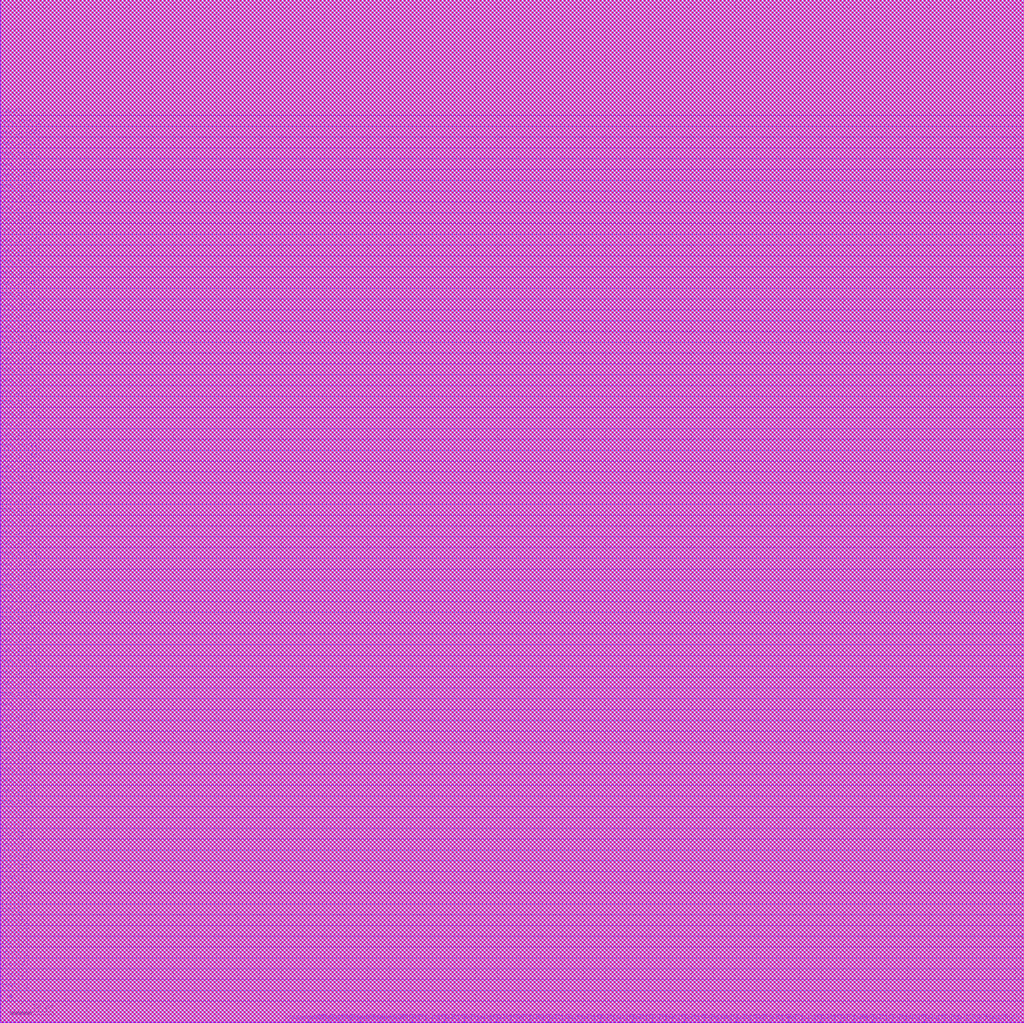
<source format=lef>
##
## LEF for PtnCells ;
## created by Innovus v19.17-s077_1 on Sun Mar 19 21:12:51 2023
##

VERSION 5.8 ;

BUSBITCHARS "[]" ;
DIVIDERCHAR "/" ;

MACRO fullchip
  CLASS BLOCK ;
  SIZE 473.800000 BY 473.600000 ;
  FOREIGN fullchip 0.000000 0.000000 ;
  ORIGIN 0 0 ;
  SYMMETRY X Y R90 ;
  PIN clk
    DIRECTION INPUT ;
    USE SIGNAL ;
    PORT
      LAYER M3 ;
        RECT 0.000000 9.950000 0.520000 10.050000 ;
    END
  END clk
  PIN mem_in[63]
    DIRECTION INPUT ;
    USE SIGNAL ;
    PORT
      LAYER M3 ;
        RECT 0.000000 414.950000 0.520000 415.050000 ;
    END
  END mem_in[63]
  PIN mem_in[62]
    DIRECTION INPUT ;
    USE SIGNAL ;
    PORT
      LAYER M3 ;
        RECT 0.000000 409.950000 0.520000 410.050000 ;
    END
  END mem_in[62]
  PIN mem_in[61]
    DIRECTION INPUT ;
    USE SIGNAL ;
    PORT
      LAYER M3 ;
        RECT 0.000000 404.950000 0.520000 405.050000 ;
    END
  END mem_in[61]
  PIN mem_in[60]
    DIRECTION INPUT ;
    USE SIGNAL ;
    PORT
      LAYER M3 ;
        RECT 0.000000 399.950000 0.520000 400.050000 ;
    END
  END mem_in[60]
  PIN mem_in[59]
    DIRECTION INPUT ;
    USE SIGNAL ;
    PORT
      LAYER M3 ;
        RECT 0.000000 394.950000 0.520000 395.050000 ;
    END
  END mem_in[59]
  PIN mem_in[58]
    DIRECTION INPUT ;
    USE SIGNAL ;
    PORT
      LAYER M3 ;
        RECT 0.000000 389.950000 0.520000 390.050000 ;
    END
  END mem_in[58]
  PIN mem_in[57]
    DIRECTION INPUT ;
    USE SIGNAL ;
    PORT
      LAYER M3 ;
        RECT 0.000000 384.950000 0.520000 385.050000 ;
    END
  END mem_in[57]
  PIN mem_in[56]
    DIRECTION INPUT ;
    USE SIGNAL ;
    PORT
      LAYER M3 ;
        RECT 0.000000 379.950000 0.520000 380.050000 ;
    END
  END mem_in[56]
  PIN mem_in[55]
    DIRECTION INPUT ;
    USE SIGNAL ;
    PORT
      LAYER M3 ;
        RECT 0.000000 374.950000 0.520000 375.050000 ;
    END
  END mem_in[55]
  PIN mem_in[54]
    DIRECTION INPUT ;
    USE SIGNAL ;
    PORT
      LAYER M3 ;
        RECT 0.000000 369.950000 0.520000 370.050000 ;
    END
  END mem_in[54]
  PIN mem_in[53]
    DIRECTION INPUT ;
    USE SIGNAL ;
    PORT
      LAYER M3 ;
        RECT 0.000000 364.950000 0.520000 365.050000 ;
    END
  END mem_in[53]
  PIN mem_in[52]
    DIRECTION INPUT ;
    USE SIGNAL ;
    PORT
      LAYER M3 ;
        RECT 0.000000 359.950000 0.520000 360.050000 ;
    END
  END mem_in[52]
  PIN mem_in[51]
    DIRECTION INPUT ;
    USE SIGNAL ;
    PORT
      LAYER M3 ;
        RECT 0.000000 354.950000 0.520000 355.050000 ;
    END
  END mem_in[51]
  PIN mem_in[50]
    DIRECTION INPUT ;
    USE SIGNAL ;
    PORT
      LAYER M3 ;
        RECT 0.000000 349.950000 0.520000 350.050000 ;
    END
  END mem_in[50]
  PIN mem_in[49]
    DIRECTION INPUT ;
    USE SIGNAL ;
    PORT
      LAYER M3 ;
        RECT 0.000000 344.950000 0.520000 345.050000 ;
    END
  END mem_in[49]
  PIN mem_in[48]
    DIRECTION INPUT ;
    USE SIGNAL ;
    PORT
      LAYER M3 ;
        RECT 0.000000 339.950000 0.520000 340.050000 ;
    END
  END mem_in[48]
  PIN mem_in[47]
    DIRECTION INPUT ;
    USE SIGNAL ;
    PORT
      LAYER M3 ;
        RECT 0.000000 334.950000 0.520000 335.050000 ;
    END
  END mem_in[47]
  PIN mem_in[46]
    DIRECTION INPUT ;
    USE SIGNAL ;
    PORT
      LAYER M3 ;
        RECT 0.000000 329.950000 0.520000 330.050000 ;
    END
  END mem_in[46]
  PIN mem_in[45]
    DIRECTION INPUT ;
    USE SIGNAL ;
    PORT
      LAYER M3 ;
        RECT 0.000000 324.950000 0.520000 325.050000 ;
    END
  END mem_in[45]
  PIN mem_in[44]
    DIRECTION INPUT ;
    USE SIGNAL ;
    PORT
      LAYER M3 ;
        RECT 0.000000 319.950000 0.520000 320.050000 ;
    END
  END mem_in[44]
  PIN mem_in[43]
    DIRECTION INPUT ;
    USE SIGNAL ;
    PORT
      LAYER M3 ;
        RECT 0.000000 314.950000 0.520000 315.050000 ;
    END
  END mem_in[43]
  PIN mem_in[42]
    DIRECTION INPUT ;
    USE SIGNAL ;
    PORT
      LAYER M3 ;
        RECT 0.000000 309.950000 0.520000 310.050000 ;
    END
  END mem_in[42]
  PIN mem_in[41]
    DIRECTION INPUT ;
    USE SIGNAL ;
    PORT
      LAYER M3 ;
        RECT 0.000000 304.950000 0.520000 305.050000 ;
    END
  END mem_in[41]
  PIN mem_in[40]
    DIRECTION INPUT ;
    USE SIGNAL ;
    PORT
      LAYER M3 ;
        RECT 0.000000 299.950000 0.520000 300.050000 ;
    END
  END mem_in[40]
  PIN mem_in[39]
    DIRECTION INPUT ;
    USE SIGNAL ;
    PORT
      LAYER M3 ;
        RECT 0.000000 294.950000 0.520000 295.050000 ;
    END
  END mem_in[39]
  PIN mem_in[38]
    DIRECTION INPUT ;
    USE SIGNAL ;
    PORT
      LAYER M3 ;
        RECT 0.000000 289.950000 0.520000 290.050000 ;
    END
  END mem_in[38]
  PIN mem_in[37]
    DIRECTION INPUT ;
    USE SIGNAL ;
    PORT
      LAYER M3 ;
        RECT 0.000000 284.950000 0.520000 285.050000 ;
    END
  END mem_in[37]
  PIN mem_in[36]
    DIRECTION INPUT ;
    USE SIGNAL ;
    PORT
      LAYER M3 ;
        RECT 0.000000 279.950000 0.520000 280.050000 ;
    END
  END mem_in[36]
  PIN mem_in[35]
    DIRECTION INPUT ;
    USE SIGNAL ;
    PORT
      LAYER M3 ;
        RECT 0.000000 274.950000 0.520000 275.050000 ;
    END
  END mem_in[35]
  PIN mem_in[34]
    DIRECTION INPUT ;
    USE SIGNAL ;
    PORT
      LAYER M3 ;
        RECT 0.000000 269.950000 0.520000 270.050000 ;
    END
  END mem_in[34]
  PIN mem_in[33]
    DIRECTION INPUT ;
    USE SIGNAL ;
    PORT
      LAYER M3 ;
        RECT 0.000000 264.950000 0.520000 265.050000 ;
    END
  END mem_in[33]
  PIN mem_in[32]
    DIRECTION INPUT ;
    USE SIGNAL ;
    PORT
      LAYER M3 ;
        RECT 0.000000 259.950000 0.520000 260.050000 ;
    END
  END mem_in[32]
  PIN mem_in[31]
    DIRECTION INPUT ;
    USE SIGNAL ;
    PORT
      LAYER M3 ;
        RECT 0.000000 254.950000 0.520000 255.050000 ;
    END
  END mem_in[31]
  PIN mem_in[30]
    DIRECTION INPUT ;
    USE SIGNAL ;
    PORT
      LAYER M3 ;
        RECT 0.000000 249.950000 0.520000 250.050000 ;
    END
  END mem_in[30]
  PIN mem_in[29]
    DIRECTION INPUT ;
    USE SIGNAL ;
    PORT
      LAYER M3 ;
        RECT 0.000000 244.950000 0.520000 245.050000 ;
    END
  END mem_in[29]
  PIN mem_in[28]
    DIRECTION INPUT ;
    USE SIGNAL ;
    PORT
      LAYER M3 ;
        RECT 0.000000 239.950000 0.520000 240.050000 ;
    END
  END mem_in[28]
  PIN mem_in[27]
    DIRECTION INPUT ;
    USE SIGNAL ;
    PORT
      LAYER M3 ;
        RECT 0.000000 234.950000 0.520000 235.050000 ;
    END
  END mem_in[27]
  PIN mem_in[26]
    DIRECTION INPUT ;
    USE SIGNAL ;
    PORT
      LAYER M3 ;
        RECT 0.000000 229.950000 0.520000 230.050000 ;
    END
  END mem_in[26]
  PIN mem_in[25]
    DIRECTION INPUT ;
    USE SIGNAL ;
    PORT
      LAYER M3 ;
        RECT 0.000000 224.950000 0.520000 225.050000 ;
    END
  END mem_in[25]
  PIN mem_in[24]
    DIRECTION INPUT ;
    USE SIGNAL ;
    PORT
      LAYER M3 ;
        RECT 0.000000 219.950000 0.520000 220.050000 ;
    END
  END mem_in[24]
  PIN mem_in[23]
    DIRECTION INPUT ;
    USE SIGNAL ;
    PORT
      LAYER M3 ;
        RECT 0.000000 214.950000 0.520000 215.050000 ;
    END
  END mem_in[23]
  PIN mem_in[22]
    DIRECTION INPUT ;
    USE SIGNAL ;
    PORT
      LAYER M3 ;
        RECT 0.000000 209.950000 0.520000 210.050000 ;
    END
  END mem_in[22]
  PIN mem_in[21]
    DIRECTION INPUT ;
    USE SIGNAL ;
    PORT
      LAYER M3 ;
        RECT 0.000000 204.950000 0.520000 205.050000 ;
    END
  END mem_in[21]
  PIN mem_in[20]
    DIRECTION INPUT ;
    USE SIGNAL ;
    PORT
      LAYER M3 ;
        RECT 0.000000 199.950000 0.520000 200.050000 ;
    END
  END mem_in[20]
  PIN mem_in[19]
    DIRECTION INPUT ;
    USE SIGNAL ;
    PORT
      LAYER M3 ;
        RECT 0.000000 194.950000 0.520000 195.050000 ;
    END
  END mem_in[19]
  PIN mem_in[18]
    DIRECTION INPUT ;
    USE SIGNAL ;
    PORT
      LAYER M3 ;
        RECT 0.000000 189.950000 0.520000 190.050000 ;
    END
  END mem_in[18]
  PIN mem_in[17]
    DIRECTION INPUT ;
    USE SIGNAL ;
    PORT
      LAYER M3 ;
        RECT 0.000000 184.950000 0.520000 185.050000 ;
    END
  END mem_in[17]
  PIN mem_in[16]
    DIRECTION INPUT ;
    USE SIGNAL ;
    PORT
      LAYER M3 ;
        RECT 0.000000 179.950000 0.520000 180.050000 ;
    END
  END mem_in[16]
  PIN mem_in[15]
    DIRECTION INPUT ;
    USE SIGNAL ;
    PORT
      LAYER M3 ;
        RECT 0.000000 174.950000 0.520000 175.050000 ;
    END
  END mem_in[15]
  PIN mem_in[14]
    DIRECTION INPUT ;
    USE SIGNAL ;
    PORT
      LAYER M3 ;
        RECT 0.000000 169.950000 0.520000 170.050000 ;
    END
  END mem_in[14]
  PIN mem_in[13]
    DIRECTION INPUT ;
    USE SIGNAL ;
    PORT
      LAYER M3 ;
        RECT 0.000000 164.950000 0.520000 165.050000 ;
    END
  END mem_in[13]
  PIN mem_in[12]
    DIRECTION INPUT ;
    USE SIGNAL ;
    PORT
      LAYER M3 ;
        RECT 0.000000 159.950000 0.520000 160.050000 ;
    END
  END mem_in[12]
  PIN mem_in[11]
    DIRECTION INPUT ;
    USE SIGNAL ;
    PORT
      LAYER M3 ;
        RECT 0.000000 154.950000 0.520000 155.050000 ;
    END
  END mem_in[11]
  PIN mem_in[10]
    DIRECTION INPUT ;
    USE SIGNAL ;
    PORT
      LAYER M3 ;
        RECT 0.000000 149.950000 0.520000 150.050000 ;
    END
  END mem_in[10]
  PIN mem_in[9]
    DIRECTION INPUT ;
    USE SIGNAL ;
    PORT
      LAYER M3 ;
        RECT 0.000000 144.950000 0.520000 145.050000 ;
    END
  END mem_in[9]
  PIN mem_in[8]
    DIRECTION INPUT ;
    USE SIGNAL ;
    PORT
      LAYER M3 ;
        RECT 0.000000 139.950000 0.520000 140.050000 ;
    END
  END mem_in[8]
  PIN mem_in[7]
    DIRECTION INPUT ;
    USE SIGNAL ;
    PORT
      LAYER M3 ;
        RECT 0.000000 134.950000 0.520000 135.050000 ;
    END
  END mem_in[7]
  PIN mem_in[6]
    DIRECTION INPUT ;
    USE SIGNAL ;
    PORT
      LAYER M3 ;
        RECT 0.000000 129.950000 0.520000 130.050000 ;
    END
  END mem_in[6]
  PIN mem_in[5]
    DIRECTION INPUT ;
    USE SIGNAL ;
    PORT
      LAYER M3 ;
        RECT 0.000000 124.950000 0.520000 125.050000 ;
    END
  END mem_in[5]
  PIN mem_in[4]
    DIRECTION INPUT ;
    USE SIGNAL ;
    PORT
      LAYER M3 ;
        RECT 0.000000 119.950000 0.520000 120.050000 ;
    END
  END mem_in[4]
  PIN mem_in[3]
    DIRECTION INPUT ;
    USE SIGNAL ;
    PORT
      LAYER M3 ;
        RECT 0.000000 114.950000 0.520000 115.050000 ;
    END
  END mem_in[3]
  PIN mem_in[2]
    DIRECTION INPUT ;
    USE SIGNAL ;
    PORT
      LAYER M3 ;
        RECT 0.000000 109.950000 0.520000 110.050000 ;
    END
  END mem_in[2]
  PIN mem_in[1]
    DIRECTION INPUT ;
    USE SIGNAL ;
    PORT
      LAYER M3 ;
        RECT 0.000000 104.950000 0.520000 105.050000 ;
    END
  END mem_in[1]
  PIN mem_in[0]
    DIRECTION INPUT ;
    USE SIGNAL ;
    PORT
      LAYER M3 ;
        RECT 0.000000 99.950000 0.520000 100.050000 ;
    END
  END mem_in[0]
  PIN inst[16]
    DIRECTION INPUT ;
    USE SIGNAL ;
    PORT
      LAYER M3 ;
        RECT 0.000000 94.950000 0.520000 95.050000 ;
    END
  END inst[16]
  PIN inst[15]
    DIRECTION INPUT ;
    USE SIGNAL ;
    PORT
      LAYER M3 ;
        RECT 0.000000 89.950000 0.520000 90.050000 ;
    END
  END inst[15]
  PIN inst[14]
    DIRECTION INPUT ;
    USE SIGNAL ;
    PORT
      LAYER M3 ;
        RECT 0.000000 84.950000 0.520000 85.050000 ;
    END
  END inst[14]
  PIN inst[13]
    DIRECTION INPUT ;
    USE SIGNAL ;
    PORT
      LAYER M3 ;
        RECT 0.000000 79.950000 0.520000 80.050000 ;
    END
  END inst[13]
  PIN inst[12]
    DIRECTION INPUT ;
    USE SIGNAL ;
    PORT
      LAYER M3 ;
        RECT 0.000000 74.950000 0.520000 75.050000 ;
    END
  END inst[12]
  PIN inst[11]
    DIRECTION INPUT ;
    USE SIGNAL ;
    PORT
      LAYER M3 ;
        RECT 0.000000 69.950000 0.520000 70.050000 ;
    END
  END inst[11]
  PIN inst[10]
    DIRECTION INPUT ;
    USE SIGNAL ;
    PORT
      LAYER M3 ;
        RECT 0.000000 64.950000 0.520000 65.050000 ;
    END
  END inst[10]
  PIN inst[9]
    DIRECTION INPUT ;
    USE SIGNAL ;
    PORT
      LAYER M3 ;
        RECT 0.000000 59.950000 0.520000 60.050000 ;
    END
  END inst[9]
  PIN inst[8]
    DIRECTION INPUT ;
    USE SIGNAL ;
    PORT
      LAYER M3 ;
        RECT 0.000000 54.950000 0.520000 55.050000 ;
    END
  END inst[8]
  PIN inst[7]
    DIRECTION INPUT ;
    USE SIGNAL ;
    PORT
      LAYER M3 ;
        RECT 0.000000 49.950000 0.520000 50.050000 ;
    END
  END inst[7]
  PIN inst[6]
    DIRECTION INPUT ;
    USE SIGNAL ;
    PORT
      LAYER M3 ;
        RECT 0.000000 44.950000 0.520000 45.050000 ;
    END
  END inst[6]
  PIN inst[5]
    DIRECTION INPUT ;
    USE SIGNAL ;
    PORT
      LAYER M3 ;
        RECT 0.000000 39.950000 0.520000 40.050000 ;
    END
  END inst[5]
  PIN inst[4]
    DIRECTION INPUT ;
    USE SIGNAL ;
    PORT
      LAYER M3 ;
        RECT 0.000000 34.950000 0.520000 35.050000 ;
    END
  END inst[4]
  PIN inst[3]
    DIRECTION INPUT ;
    USE SIGNAL ;
    PORT
      LAYER M3 ;
        RECT 0.000000 29.950000 0.520000 30.050000 ;
    END
  END inst[3]
  PIN inst[2]
    DIRECTION INPUT ;
    USE SIGNAL ;
    PORT
      LAYER M3 ;
        RECT 0.000000 24.950000 0.520000 25.050000 ;
    END
  END inst[2]
  PIN inst[1]
    DIRECTION INPUT ;
    USE SIGNAL ;
    PORT
      LAYER M3 ;
        RECT 0.000000 19.950000 0.520000 20.050000 ;
    END
  END inst[1]
  PIN inst[0]
    DIRECTION INPUT ;
    USE SIGNAL ;
    PORT
      LAYER M3 ;
        RECT 0.000000 14.950000 0.520000 15.050000 ;
    END
  END inst[0]
  PIN reset
    DIRECTION INPUT ;
    USE SIGNAL ;
    PORT
      LAYER M3 ;
        RECT 0.000000 419.950000 0.520000 420.050000 ;
    END
  END reset
  PIN out[95]
    DIRECTION OUTPUT ;
    USE SIGNAL ;
    PORT
      LAYER M2 ;
        RECT 178.650000 0.000000 178.750000 0.520000 ;
    END
  END out[95]
  PIN out[94]
    DIRECTION OUTPUT ;
    USE SIGNAL ;
    PORT
      LAYER M2 ;
        RECT 181.650000 0.000000 181.750000 0.520000 ;
    END
  END out[94]
  PIN out[93]
    DIRECTION OUTPUT ;
    USE SIGNAL ;
    PORT
      LAYER M2 ;
        RECT 184.650000 0.000000 184.750000 0.520000 ;
    END
  END out[93]
  PIN out[92]
    DIRECTION OUTPUT ;
    USE SIGNAL ;
    PORT
      LAYER M2 ;
        RECT 187.650000 0.000000 187.750000 0.520000 ;
    END
  END out[92]
  PIN out[91]
    DIRECTION OUTPUT ;
    USE SIGNAL ;
    PORT
      LAYER M2 ;
        RECT 190.650000 0.000000 190.750000 0.520000 ;
    END
  END out[91]
  PIN out[90]
    DIRECTION OUTPUT ;
    USE SIGNAL ;
    PORT
      LAYER M2 ;
        RECT 193.650000 0.000000 193.750000 0.520000 ;
    END
  END out[90]
  PIN out[89]
    DIRECTION OUTPUT ;
    USE SIGNAL ;
    PORT
      LAYER M2 ;
        RECT 196.650000 0.000000 196.750000 0.520000 ;
    END
  END out[89]
  PIN out[88]
    DIRECTION OUTPUT ;
    USE SIGNAL ;
    PORT
      LAYER M2 ;
        RECT 199.650000 0.000000 199.750000 0.520000 ;
    END
  END out[88]
  PIN out[87]
    DIRECTION OUTPUT ;
    USE SIGNAL ;
    PORT
      LAYER M2 ;
        RECT 202.650000 0.000000 202.750000 0.520000 ;
    END
  END out[87]
  PIN out[86]
    DIRECTION OUTPUT ;
    USE SIGNAL ;
    PORT
      LAYER M2 ;
        RECT 205.650000 0.000000 205.750000 0.520000 ;
    END
  END out[86]
  PIN out[85]
    DIRECTION OUTPUT ;
    USE SIGNAL ;
    PORT
      LAYER M2 ;
        RECT 208.650000 0.000000 208.750000 0.520000 ;
    END
  END out[85]
  PIN out[84]
    DIRECTION OUTPUT ;
    USE SIGNAL ;
    PORT
      LAYER M2 ;
        RECT 211.650000 0.000000 211.750000 0.520000 ;
    END
  END out[84]
  PIN out[83]
    DIRECTION OUTPUT ;
    USE SIGNAL ;
    PORT
      LAYER M2 ;
        RECT 214.650000 0.000000 214.750000 0.520000 ;
    END
  END out[83]
  PIN out[82]
    DIRECTION OUTPUT ;
    USE SIGNAL ;
    PORT
      LAYER M2 ;
        RECT 217.650000 0.000000 217.750000 0.520000 ;
    END
  END out[82]
  PIN out[81]
    DIRECTION OUTPUT ;
    USE SIGNAL ;
    PORT
      LAYER M2 ;
        RECT 220.650000 0.000000 220.750000 0.520000 ;
    END
  END out[81]
  PIN out[80]
    DIRECTION OUTPUT ;
    USE SIGNAL ;
    PORT
      LAYER M2 ;
        RECT 223.650000 0.000000 223.750000 0.520000 ;
    END
  END out[80]
  PIN out[79]
    DIRECTION OUTPUT ;
    USE SIGNAL ;
    PORT
      LAYER M2 ;
        RECT 226.650000 0.000000 226.750000 0.520000 ;
    END
  END out[79]
  PIN out[78]
    DIRECTION OUTPUT ;
    USE SIGNAL ;
    PORT
      LAYER M2 ;
        RECT 229.650000 0.000000 229.750000 0.520000 ;
    END
  END out[78]
  PIN out[77]
    DIRECTION OUTPUT ;
    USE SIGNAL ;
    PORT
      LAYER M2 ;
        RECT 232.650000 0.000000 232.750000 0.520000 ;
    END
  END out[77]
  PIN out[76]
    DIRECTION OUTPUT ;
    USE SIGNAL ;
    PORT
      LAYER M2 ;
        RECT 235.650000 0.000000 235.750000 0.520000 ;
    END
  END out[76]
  PIN out[75]
    DIRECTION OUTPUT ;
    USE SIGNAL ;
    PORT
      LAYER M2 ;
        RECT 238.650000 0.000000 238.750000 0.520000 ;
    END
  END out[75]
  PIN out[74]
    DIRECTION OUTPUT ;
    USE SIGNAL ;
    PORT
      LAYER M2 ;
        RECT 241.650000 0.000000 241.750000 0.520000 ;
    END
  END out[74]
  PIN out[73]
    DIRECTION OUTPUT ;
    USE SIGNAL ;
    PORT
      LAYER M2 ;
        RECT 244.650000 0.000000 244.750000 0.520000 ;
    END
  END out[73]
  PIN out[72]
    DIRECTION OUTPUT ;
    USE SIGNAL ;
    PORT
      LAYER M2 ;
        RECT 247.650000 0.000000 247.750000 0.520000 ;
    END
  END out[72]
  PIN out[71]
    DIRECTION OUTPUT ;
    USE SIGNAL ;
    PORT
      LAYER M2 ;
        RECT 250.650000 0.000000 250.750000 0.520000 ;
    END
  END out[71]
  PIN out[70]
    DIRECTION OUTPUT ;
    USE SIGNAL ;
    PORT
      LAYER M2 ;
        RECT 253.650000 0.000000 253.750000 0.520000 ;
    END
  END out[70]
  PIN out[69]
    DIRECTION OUTPUT ;
    USE SIGNAL ;
    PORT
      LAYER M2 ;
        RECT 256.650000 0.000000 256.750000 0.520000 ;
    END
  END out[69]
  PIN out[68]
    DIRECTION OUTPUT ;
    USE SIGNAL ;
    PORT
      LAYER M2 ;
        RECT 259.650000 0.000000 259.750000 0.520000 ;
    END
  END out[68]
  PIN out[67]
    DIRECTION OUTPUT ;
    USE SIGNAL ;
    PORT
      LAYER M2 ;
        RECT 262.650000 0.000000 262.750000 0.520000 ;
    END
  END out[67]
  PIN out[66]
    DIRECTION OUTPUT ;
    USE SIGNAL ;
    PORT
      LAYER M2 ;
        RECT 265.650000 0.000000 265.750000 0.520000 ;
    END
  END out[66]
  PIN out[65]
    DIRECTION OUTPUT ;
    USE SIGNAL ;
    PORT
      LAYER M2 ;
        RECT 268.650000 0.000000 268.750000 0.520000 ;
    END
  END out[65]
  PIN out[64]
    DIRECTION OUTPUT ;
    USE SIGNAL ;
    PORT
      LAYER M2 ;
        RECT 271.650000 0.000000 271.750000 0.520000 ;
    END
  END out[64]
  PIN out[63]
    DIRECTION OUTPUT ;
    USE SIGNAL ;
    PORT
      LAYER M2 ;
        RECT 274.650000 0.000000 274.750000 0.520000 ;
    END
  END out[63]
  PIN out[62]
    DIRECTION OUTPUT ;
    USE SIGNAL ;
    PORT
      LAYER M2 ;
        RECT 277.650000 0.000000 277.750000 0.520000 ;
    END
  END out[62]
  PIN out[61]
    DIRECTION OUTPUT ;
    USE SIGNAL ;
    PORT
      LAYER M2 ;
        RECT 280.650000 0.000000 280.750000 0.520000 ;
    END
  END out[61]
  PIN out[60]
    DIRECTION OUTPUT ;
    USE SIGNAL ;
    PORT
      LAYER M2 ;
        RECT 283.650000 0.000000 283.750000 0.520000 ;
    END
  END out[60]
  PIN out[59]
    DIRECTION OUTPUT ;
    USE SIGNAL ;
    PORT
      LAYER M2 ;
        RECT 286.650000 0.000000 286.750000 0.520000 ;
    END
  END out[59]
  PIN out[58]
    DIRECTION OUTPUT ;
    USE SIGNAL ;
    PORT
      LAYER M2 ;
        RECT 289.650000 0.000000 289.750000 0.520000 ;
    END
  END out[58]
  PIN out[57]
    DIRECTION OUTPUT ;
    USE SIGNAL ;
    PORT
      LAYER M2 ;
        RECT 292.650000 0.000000 292.750000 0.520000 ;
    END
  END out[57]
  PIN out[56]
    DIRECTION OUTPUT ;
    USE SIGNAL ;
    PORT
      LAYER M2 ;
        RECT 295.650000 0.000000 295.750000 0.520000 ;
    END
  END out[56]
  PIN out[55]
    DIRECTION OUTPUT ;
    USE SIGNAL ;
    PORT
      LAYER M2 ;
        RECT 298.650000 0.000000 298.750000 0.520000 ;
    END
  END out[55]
  PIN out[54]
    DIRECTION OUTPUT ;
    USE SIGNAL ;
    PORT
      LAYER M2 ;
        RECT 301.650000 0.000000 301.750000 0.520000 ;
    END
  END out[54]
  PIN out[53]
    DIRECTION OUTPUT ;
    USE SIGNAL ;
    PORT
      LAYER M2 ;
        RECT 304.650000 0.000000 304.750000 0.520000 ;
    END
  END out[53]
  PIN out[52]
    DIRECTION OUTPUT ;
    USE SIGNAL ;
    PORT
      LAYER M2 ;
        RECT 307.650000 0.000000 307.750000 0.520000 ;
    END
  END out[52]
  PIN out[51]
    DIRECTION OUTPUT ;
    USE SIGNAL ;
    PORT
      LAYER M2 ;
        RECT 310.650000 0.000000 310.750000 0.520000 ;
    END
  END out[51]
  PIN out[50]
    DIRECTION OUTPUT ;
    USE SIGNAL ;
    PORT
      LAYER M2 ;
        RECT 313.650000 0.000000 313.750000 0.520000 ;
    END
  END out[50]
  PIN out[49]
    DIRECTION OUTPUT ;
    USE SIGNAL ;
    PORT
      LAYER M2 ;
        RECT 316.650000 0.000000 316.750000 0.520000 ;
    END
  END out[49]
  PIN out[48]
    DIRECTION OUTPUT ;
    USE SIGNAL ;
    PORT
      LAYER M2 ;
        RECT 319.650000 0.000000 319.750000 0.520000 ;
    END
  END out[48]
  PIN out[47]
    DIRECTION OUTPUT ;
    USE SIGNAL ;
    PORT
      LAYER M2 ;
        RECT 322.650000 0.000000 322.750000 0.520000 ;
    END
  END out[47]
  PIN out[46]
    DIRECTION OUTPUT ;
    USE SIGNAL ;
    PORT
      LAYER M2 ;
        RECT 325.650000 0.000000 325.750000 0.520000 ;
    END
  END out[46]
  PIN out[45]
    DIRECTION OUTPUT ;
    USE SIGNAL ;
    PORT
      LAYER M2 ;
        RECT 328.650000 0.000000 328.750000 0.520000 ;
    END
  END out[45]
  PIN out[44]
    DIRECTION OUTPUT ;
    USE SIGNAL ;
    PORT
      LAYER M2 ;
        RECT 331.650000 0.000000 331.750000 0.520000 ;
    END
  END out[44]
  PIN out[43]
    DIRECTION OUTPUT ;
    USE SIGNAL ;
    PORT
      LAYER M2 ;
        RECT 334.650000 0.000000 334.750000 0.520000 ;
    END
  END out[43]
  PIN out[42]
    DIRECTION OUTPUT ;
    USE SIGNAL ;
    PORT
      LAYER M2 ;
        RECT 337.650000 0.000000 337.750000 0.520000 ;
    END
  END out[42]
  PIN out[41]
    DIRECTION OUTPUT ;
    USE SIGNAL ;
    PORT
      LAYER M2 ;
        RECT 340.650000 0.000000 340.750000 0.520000 ;
    END
  END out[41]
  PIN out[40]
    DIRECTION OUTPUT ;
    USE SIGNAL ;
    PORT
      LAYER M2 ;
        RECT 343.650000 0.000000 343.750000 0.520000 ;
    END
  END out[40]
  PIN out[39]
    DIRECTION OUTPUT ;
    USE SIGNAL ;
    PORT
      LAYER M2 ;
        RECT 346.650000 0.000000 346.750000 0.520000 ;
    END
  END out[39]
  PIN out[38]
    DIRECTION OUTPUT ;
    USE SIGNAL ;
    PORT
      LAYER M2 ;
        RECT 349.650000 0.000000 349.750000 0.520000 ;
    END
  END out[38]
  PIN out[37]
    DIRECTION OUTPUT ;
    USE SIGNAL ;
    PORT
      LAYER M2 ;
        RECT 352.650000 0.000000 352.750000 0.520000 ;
    END
  END out[37]
  PIN out[36]
    DIRECTION OUTPUT ;
    USE SIGNAL ;
    PORT
      LAYER M2 ;
        RECT 355.650000 0.000000 355.750000 0.520000 ;
    END
  END out[36]
  PIN out[35]
    DIRECTION OUTPUT ;
    USE SIGNAL ;
    PORT
      LAYER M2 ;
        RECT 358.650000 0.000000 358.750000 0.520000 ;
    END
  END out[35]
  PIN out[34]
    DIRECTION OUTPUT ;
    USE SIGNAL ;
    PORT
      LAYER M2 ;
        RECT 361.650000 0.000000 361.750000 0.520000 ;
    END
  END out[34]
  PIN out[33]
    DIRECTION OUTPUT ;
    USE SIGNAL ;
    PORT
      LAYER M2 ;
        RECT 364.650000 0.000000 364.750000 0.520000 ;
    END
  END out[33]
  PIN out[32]
    DIRECTION OUTPUT ;
    USE SIGNAL ;
    PORT
      LAYER M2 ;
        RECT 367.650000 0.000000 367.750000 0.520000 ;
    END
  END out[32]
  PIN out[31]
    DIRECTION OUTPUT ;
    USE SIGNAL ;
    PORT
      LAYER M2 ;
        RECT 370.650000 0.000000 370.750000 0.520000 ;
    END
  END out[31]
  PIN out[30]
    DIRECTION OUTPUT ;
    USE SIGNAL ;
    PORT
      LAYER M2 ;
        RECT 373.650000 0.000000 373.750000 0.520000 ;
    END
  END out[30]
  PIN out[29]
    DIRECTION OUTPUT ;
    USE SIGNAL ;
    PORT
      LAYER M2 ;
        RECT 376.650000 0.000000 376.750000 0.520000 ;
    END
  END out[29]
  PIN out[28]
    DIRECTION OUTPUT ;
    USE SIGNAL ;
    PORT
      LAYER M2 ;
        RECT 379.650000 0.000000 379.750000 0.520000 ;
    END
  END out[28]
  PIN out[27]
    DIRECTION OUTPUT ;
    USE SIGNAL ;
    PORT
      LAYER M2 ;
        RECT 382.650000 0.000000 382.750000 0.520000 ;
    END
  END out[27]
  PIN out[26]
    DIRECTION OUTPUT ;
    USE SIGNAL ;
    PORT
      LAYER M2 ;
        RECT 385.650000 0.000000 385.750000 0.520000 ;
    END
  END out[26]
  PIN out[25]
    DIRECTION OUTPUT ;
    USE SIGNAL ;
    PORT
      LAYER M2 ;
        RECT 388.650000 0.000000 388.750000 0.520000 ;
    END
  END out[25]
  PIN out[24]
    DIRECTION OUTPUT ;
    USE SIGNAL ;
    PORT
      LAYER M2 ;
        RECT 391.650000 0.000000 391.750000 0.520000 ;
    END
  END out[24]
  PIN out[23]
    DIRECTION OUTPUT ;
    USE SIGNAL ;
    PORT
      LAYER M2 ;
        RECT 394.650000 0.000000 394.750000 0.520000 ;
    END
  END out[23]
  PIN out[22]
    DIRECTION OUTPUT ;
    USE SIGNAL ;
    PORT
      LAYER M2 ;
        RECT 397.650000 0.000000 397.750000 0.520000 ;
    END
  END out[22]
  PIN out[21]
    DIRECTION OUTPUT ;
    USE SIGNAL ;
    PORT
      LAYER M2 ;
        RECT 400.650000 0.000000 400.750000 0.520000 ;
    END
  END out[21]
  PIN out[20]
    DIRECTION OUTPUT ;
    USE SIGNAL ;
    PORT
      LAYER M2 ;
        RECT 403.650000 0.000000 403.750000 0.520000 ;
    END
  END out[20]
  PIN out[19]
    DIRECTION OUTPUT ;
    USE SIGNAL ;
    PORT
      LAYER M2 ;
        RECT 406.650000 0.000000 406.750000 0.520000 ;
    END
  END out[19]
  PIN out[18]
    DIRECTION OUTPUT ;
    USE SIGNAL ;
    PORT
      LAYER M2 ;
        RECT 409.650000 0.000000 409.750000 0.520000 ;
    END
  END out[18]
  PIN out[17]
    DIRECTION OUTPUT ;
    USE SIGNAL ;
    PORT
      LAYER M2 ;
        RECT 412.650000 0.000000 412.750000 0.520000 ;
    END
  END out[17]
  PIN out[16]
    DIRECTION OUTPUT ;
    USE SIGNAL ;
    PORT
      LAYER M2 ;
        RECT 415.650000 0.000000 415.750000 0.520000 ;
    END
  END out[16]
  PIN out[15]
    DIRECTION OUTPUT ;
    USE SIGNAL ;
    PORT
      LAYER M2 ;
        RECT 418.650000 0.000000 418.750000 0.520000 ;
    END
  END out[15]
  PIN out[14]
    DIRECTION OUTPUT ;
    USE SIGNAL ;
    PORT
      LAYER M2 ;
        RECT 421.650000 0.000000 421.750000 0.520000 ;
    END
  END out[14]
  PIN out[13]
    DIRECTION OUTPUT ;
    USE SIGNAL ;
    PORT
      LAYER M2 ;
        RECT 424.650000 0.000000 424.750000 0.520000 ;
    END
  END out[13]
  PIN out[12]
    DIRECTION OUTPUT ;
    USE SIGNAL ;
    PORT
      LAYER M2 ;
        RECT 427.650000 0.000000 427.750000 0.520000 ;
    END
  END out[12]
  PIN out[11]
    DIRECTION OUTPUT ;
    USE SIGNAL ;
    PORT
      LAYER M2 ;
        RECT 430.650000 0.000000 430.750000 0.520000 ;
    END
  END out[11]
  PIN out[10]
    DIRECTION OUTPUT ;
    USE SIGNAL ;
    PORT
      LAYER M2 ;
        RECT 433.650000 0.000000 433.750000 0.520000 ;
    END
  END out[10]
  PIN out[9]
    DIRECTION OUTPUT ;
    USE SIGNAL ;
    PORT
      LAYER M2 ;
        RECT 436.650000 0.000000 436.750000 0.520000 ;
    END
  END out[9]
  PIN out[8]
    DIRECTION OUTPUT ;
    USE SIGNAL ;
    PORT
      LAYER M2 ;
        RECT 439.650000 0.000000 439.750000 0.520000 ;
    END
  END out[8]
  PIN out[7]
    DIRECTION OUTPUT ;
    USE SIGNAL ;
    PORT
      LAYER M2 ;
        RECT 442.650000 0.000000 442.750000 0.520000 ;
    END
  END out[7]
  PIN out[6]
    DIRECTION OUTPUT ;
    USE SIGNAL ;
    PORT
      LAYER M2 ;
        RECT 445.650000 0.000000 445.750000 0.520000 ;
    END
  END out[6]
  PIN out[5]
    DIRECTION OUTPUT ;
    USE SIGNAL ;
    PORT
      LAYER M2 ;
        RECT 448.650000 0.000000 448.750000 0.520000 ;
    END
  END out[5]
  PIN out[4]
    DIRECTION OUTPUT ;
    USE SIGNAL ;
    PORT
      LAYER M2 ;
        RECT 451.650000 0.000000 451.750000 0.520000 ;
    END
  END out[4]
  PIN out[3]
    DIRECTION OUTPUT ;
    USE SIGNAL ;
    PORT
      LAYER M2 ;
        RECT 454.650000 0.000000 454.750000 0.520000 ;
    END
  END out[3]
  PIN out[2]
    DIRECTION OUTPUT ;
    USE SIGNAL ;
    PORT
      LAYER M2 ;
        RECT 457.650000 0.000000 457.750000 0.520000 ;
    END
  END out[2]
  PIN out[1]
    DIRECTION OUTPUT ;
    USE SIGNAL ;
    PORT
      LAYER M2 ;
        RECT 460.650000 0.000000 460.750000 0.520000 ;
    END
  END out[1]
  PIN out[0]
    DIRECTION OUTPUT ;
    USE SIGNAL ;
    PORT
      LAYER M2 ;
        RECT 463.650000 0.000000 463.750000 0.520000 ;
    END
  END out[0]
  PIN sum_out[15]
    DIRECTION OUTPUT ;
    USE SIGNAL ;
    PORT
      LAYER M2 ;
        RECT 130.650000 0.000000 130.750000 0.520000 ;
    END
  END sum_out[15]
  PIN sum_out[14]
    DIRECTION OUTPUT ;
    USE SIGNAL ;
    PORT
      LAYER M2 ;
        RECT 133.650000 0.000000 133.750000 0.520000 ;
    END
  END sum_out[14]
  PIN sum_out[13]
    DIRECTION OUTPUT ;
    USE SIGNAL ;
    PORT
      LAYER M2 ;
        RECT 136.650000 0.000000 136.750000 0.520000 ;
    END
  END sum_out[13]
  PIN sum_out[12]
    DIRECTION OUTPUT ;
    USE SIGNAL ;
    PORT
      LAYER M2 ;
        RECT 139.650000 0.000000 139.750000 0.520000 ;
    END
  END sum_out[12]
  PIN sum_out[11]
    DIRECTION OUTPUT ;
    USE SIGNAL ;
    PORT
      LAYER M2 ;
        RECT 142.650000 0.000000 142.750000 0.520000 ;
    END
  END sum_out[11]
  PIN sum_out[10]
    DIRECTION OUTPUT ;
    USE SIGNAL ;
    PORT
      LAYER M2 ;
        RECT 145.650000 0.000000 145.750000 0.520000 ;
    END
  END sum_out[10]
  PIN sum_out[9]
    DIRECTION OUTPUT ;
    USE SIGNAL ;
    PORT
      LAYER M2 ;
        RECT 148.650000 0.000000 148.750000 0.520000 ;
    END
  END sum_out[9]
  PIN sum_out[8]
    DIRECTION OUTPUT ;
    USE SIGNAL ;
    PORT
      LAYER M2 ;
        RECT 151.650000 0.000000 151.750000 0.520000 ;
    END
  END sum_out[8]
  PIN sum_out[7]
    DIRECTION OUTPUT ;
    USE SIGNAL ;
    PORT
      LAYER M2 ;
        RECT 154.650000 0.000000 154.750000 0.520000 ;
    END
  END sum_out[7]
  PIN sum_out[6]
    DIRECTION OUTPUT ;
    USE SIGNAL ;
    PORT
      LAYER M2 ;
        RECT 157.650000 0.000000 157.750000 0.520000 ;
    END
  END sum_out[6]
  PIN sum_out[5]
    DIRECTION OUTPUT ;
    USE SIGNAL ;
    PORT
      LAYER M2 ;
        RECT 160.650000 0.000000 160.750000 0.520000 ;
    END
  END sum_out[5]
  PIN sum_out[4]
    DIRECTION OUTPUT ;
    USE SIGNAL ;
    PORT
      LAYER M2 ;
        RECT 163.650000 0.000000 163.750000 0.520000 ;
    END
  END sum_out[4]
  PIN sum_out[3]
    DIRECTION OUTPUT ;
    USE SIGNAL ;
    PORT
      LAYER M2 ;
        RECT 166.650000 0.000000 166.750000 0.520000 ;
    END
  END sum_out[3]
  PIN sum_out[2]
    DIRECTION OUTPUT ;
    USE SIGNAL ;
    PORT
      LAYER M2 ;
        RECT 169.650000 0.000000 169.750000 0.520000 ;
    END
  END sum_out[2]
  PIN sum_out[1]
    DIRECTION OUTPUT ;
    USE SIGNAL ;
    PORT
      LAYER M2 ;
        RECT 172.650000 0.000000 172.750000 0.520000 ;
    END
  END sum_out[1]
  PIN sum_out[0]
    DIRECTION OUTPUT ;
    USE SIGNAL ;
    PORT
      LAYER M2 ;
        RECT 175.650000 0.000000 175.750000 0.520000 ;
    END
  END sum_out[0]
  OBS
    LAYER M1 ;
      RECT 0.000000 0.000000 473.800000 473.600000 ;
    LAYER M2 ;
      RECT 0.000000 0.640000 473.800000 473.600000 ;
      RECT 463.850000 0.000000 473.800000 0.640000 ;
      RECT 460.850000 0.000000 463.550000 0.640000 ;
      RECT 457.850000 0.000000 460.550000 0.640000 ;
      RECT 454.850000 0.000000 457.550000 0.640000 ;
      RECT 451.850000 0.000000 454.550000 0.640000 ;
      RECT 448.850000 0.000000 451.550000 0.640000 ;
      RECT 445.850000 0.000000 448.550000 0.640000 ;
      RECT 442.850000 0.000000 445.550000 0.640000 ;
      RECT 439.850000 0.000000 442.550000 0.640000 ;
      RECT 436.850000 0.000000 439.550000 0.640000 ;
      RECT 433.850000 0.000000 436.550000 0.640000 ;
      RECT 430.850000 0.000000 433.550000 0.640000 ;
      RECT 427.850000 0.000000 430.550000 0.640000 ;
      RECT 424.850000 0.000000 427.550000 0.640000 ;
      RECT 421.850000 0.000000 424.550000 0.640000 ;
      RECT 418.850000 0.000000 421.550000 0.640000 ;
      RECT 415.850000 0.000000 418.550000 0.640000 ;
      RECT 412.850000 0.000000 415.550000 0.640000 ;
      RECT 409.850000 0.000000 412.550000 0.640000 ;
      RECT 406.850000 0.000000 409.550000 0.640000 ;
      RECT 403.850000 0.000000 406.550000 0.640000 ;
      RECT 400.850000 0.000000 403.550000 0.640000 ;
      RECT 397.850000 0.000000 400.550000 0.640000 ;
      RECT 394.850000 0.000000 397.550000 0.640000 ;
      RECT 391.850000 0.000000 394.550000 0.640000 ;
      RECT 388.850000 0.000000 391.550000 0.640000 ;
      RECT 385.850000 0.000000 388.550000 0.640000 ;
      RECT 382.850000 0.000000 385.550000 0.640000 ;
      RECT 379.850000 0.000000 382.550000 0.640000 ;
      RECT 376.850000 0.000000 379.550000 0.640000 ;
      RECT 373.850000 0.000000 376.550000 0.640000 ;
      RECT 370.850000 0.000000 373.550000 0.640000 ;
      RECT 367.850000 0.000000 370.550000 0.640000 ;
      RECT 364.850000 0.000000 367.550000 0.640000 ;
      RECT 361.850000 0.000000 364.550000 0.640000 ;
      RECT 358.850000 0.000000 361.550000 0.640000 ;
      RECT 355.850000 0.000000 358.550000 0.640000 ;
      RECT 352.850000 0.000000 355.550000 0.640000 ;
      RECT 349.850000 0.000000 352.550000 0.640000 ;
      RECT 346.850000 0.000000 349.550000 0.640000 ;
      RECT 343.850000 0.000000 346.550000 0.640000 ;
      RECT 340.850000 0.000000 343.550000 0.640000 ;
      RECT 337.850000 0.000000 340.550000 0.640000 ;
      RECT 334.850000 0.000000 337.550000 0.640000 ;
      RECT 331.850000 0.000000 334.550000 0.640000 ;
      RECT 328.850000 0.000000 331.550000 0.640000 ;
      RECT 325.850000 0.000000 328.550000 0.640000 ;
      RECT 322.850000 0.000000 325.550000 0.640000 ;
      RECT 319.850000 0.000000 322.550000 0.640000 ;
      RECT 316.850000 0.000000 319.550000 0.640000 ;
      RECT 313.850000 0.000000 316.550000 0.640000 ;
      RECT 310.850000 0.000000 313.550000 0.640000 ;
      RECT 307.850000 0.000000 310.550000 0.640000 ;
      RECT 304.850000 0.000000 307.550000 0.640000 ;
      RECT 301.850000 0.000000 304.550000 0.640000 ;
      RECT 298.850000 0.000000 301.550000 0.640000 ;
      RECT 295.850000 0.000000 298.550000 0.640000 ;
      RECT 292.850000 0.000000 295.550000 0.640000 ;
      RECT 289.850000 0.000000 292.550000 0.640000 ;
      RECT 286.850000 0.000000 289.550000 0.640000 ;
      RECT 283.850000 0.000000 286.550000 0.640000 ;
      RECT 280.850000 0.000000 283.550000 0.640000 ;
      RECT 277.850000 0.000000 280.550000 0.640000 ;
      RECT 274.850000 0.000000 277.550000 0.640000 ;
      RECT 271.850000 0.000000 274.550000 0.640000 ;
      RECT 268.850000 0.000000 271.550000 0.640000 ;
      RECT 265.850000 0.000000 268.550000 0.640000 ;
      RECT 262.850000 0.000000 265.550000 0.640000 ;
      RECT 259.850000 0.000000 262.550000 0.640000 ;
      RECT 256.850000 0.000000 259.550000 0.640000 ;
      RECT 253.850000 0.000000 256.550000 0.640000 ;
      RECT 250.850000 0.000000 253.550000 0.640000 ;
      RECT 247.850000 0.000000 250.550000 0.640000 ;
      RECT 244.850000 0.000000 247.550000 0.640000 ;
      RECT 241.850000 0.000000 244.550000 0.640000 ;
      RECT 238.850000 0.000000 241.550000 0.640000 ;
      RECT 235.850000 0.000000 238.550000 0.640000 ;
      RECT 232.850000 0.000000 235.550000 0.640000 ;
      RECT 229.850000 0.000000 232.550000 0.640000 ;
      RECT 226.850000 0.000000 229.550000 0.640000 ;
      RECT 223.850000 0.000000 226.550000 0.640000 ;
      RECT 220.850000 0.000000 223.550000 0.640000 ;
      RECT 217.850000 0.000000 220.550000 0.640000 ;
      RECT 214.850000 0.000000 217.550000 0.640000 ;
      RECT 211.850000 0.000000 214.550000 0.640000 ;
      RECT 208.850000 0.000000 211.550000 0.640000 ;
      RECT 205.850000 0.000000 208.550000 0.640000 ;
      RECT 202.850000 0.000000 205.550000 0.640000 ;
      RECT 199.850000 0.000000 202.550000 0.640000 ;
      RECT 196.850000 0.000000 199.550000 0.640000 ;
      RECT 193.850000 0.000000 196.550000 0.640000 ;
      RECT 190.850000 0.000000 193.550000 0.640000 ;
      RECT 187.850000 0.000000 190.550000 0.640000 ;
      RECT 184.850000 0.000000 187.550000 0.640000 ;
      RECT 181.850000 0.000000 184.550000 0.640000 ;
      RECT 178.850000 0.000000 181.550000 0.640000 ;
      RECT 175.850000 0.000000 178.550000 0.640000 ;
      RECT 172.850000 0.000000 175.550000 0.640000 ;
      RECT 169.850000 0.000000 172.550000 0.640000 ;
      RECT 166.850000 0.000000 169.550000 0.640000 ;
      RECT 163.850000 0.000000 166.550000 0.640000 ;
      RECT 160.850000 0.000000 163.550000 0.640000 ;
      RECT 157.850000 0.000000 160.550000 0.640000 ;
      RECT 154.850000 0.000000 157.550000 0.640000 ;
      RECT 151.850000 0.000000 154.550000 0.640000 ;
      RECT 148.850000 0.000000 151.550000 0.640000 ;
      RECT 145.850000 0.000000 148.550000 0.640000 ;
      RECT 142.850000 0.000000 145.550000 0.640000 ;
      RECT 139.850000 0.000000 142.550000 0.640000 ;
      RECT 136.850000 0.000000 139.550000 0.640000 ;
      RECT 133.850000 0.000000 136.550000 0.640000 ;
      RECT 130.850000 0.000000 133.550000 0.640000 ;
      RECT 0.000000 0.000000 130.550000 0.640000 ;
    LAYER M3 ;
      RECT 0.000000 420.150000 473.800000 473.600000 ;
      RECT 0.640000 419.850000 473.800000 420.150000 ;
      RECT 0.000000 415.150000 473.800000 419.850000 ;
      RECT 0.640000 414.850000 473.800000 415.150000 ;
      RECT 0.000000 410.150000 473.800000 414.850000 ;
      RECT 0.640000 409.850000 473.800000 410.150000 ;
      RECT 0.000000 405.150000 473.800000 409.850000 ;
      RECT 0.640000 404.850000 473.800000 405.150000 ;
      RECT 0.000000 400.150000 473.800000 404.850000 ;
      RECT 0.640000 399.850000 473.800000 400.150000 ;
      RECT 0.000000 395.150000 473.800000 399.850000 ;
      RECT 0.640000 394.850000 473.800000 395.150000 ;
      RECT 0.000000 390.150000 473.800000 394.850000 ;
      RECT 0.640000 389.850000 473.800000 390.150000 ;
      RECT 0.000000 385.150000 473.800000 389.850000 ;
      RECT 0.640000 384.850000 473.800000 385.150000 ;
      RECT 0.000000 380.150000 473.800000 384.850000 ;
      RECT 0.640000 379.850000 473.800000 380.150000 ;
      RECT 0.000000 375.150000 473.800000 379.850000 ;
      RECT 0.640000 374.850000 473.800000 375.150000 ;
      RECT 0.000000 370.150000 473.800000 374.850000 ;
      RECT 0.640000 369.850000 473.800000 370.150000 ;
      RECT 0.000000 365.150000 473.800000 369.850000 ;
      RECT 0.640000 364.850000 473.800000 365.150000 ;
      RECT 0.000000 360.150000 473.800000 364.850000 ;
      RECT 0.640000 359.850000 473.800000 360.150000 ;
      RECT 0.000000 355.150000 473.800000 359.850000 ;
      RECT 0.640000 354.850000 473.800000 355.150000 ;
      RECT 0.000000 350.150000 473.800000 354.850000 ;
      RECT 0.640000 349.850000 473.800000 350.150000 ;
      RECT 0.000000 345.150000 473.800000 349.850000 ;
      RECT 0.640000 344.850000 473.800000 345.150000 ;
      RECT 0.000000 340.150000 473.800000 344.850000 ;
      RECT 0.640000 339.850000 473.800000 340.150000 ;
      RECT 0.000000 335.150000 473.800000 339.850000 ;
      RECT 0.640000 334.850000 473.800000 335.150000 ;
      RECT 0.000000 330.150000 473.800000 334.850000 ;
      RECT 0.640000 329.850000 473.800000 330.150000 ;
      RECT 0.000000 325.150000 473.800000 329.850000 ;
      RECT 0.640000 324.850000 473.800000 325.150000 ;
      RECT 0.000000 320.150000 473.800000 324.850000 ;
      RECT 0.640000 319.850000 473.800000 320.150000 ;
      RECT 0.000000 315.150000 473.800000 319.850000 ;
      RECT 0.640000 314.850000 473.800000 315.150000 ;
      RECT 0.000000 310.150000 473.800000 314.850000 ;
      RECT 0.640000 309.850000 473.800000 310.150000 ;
      RECT 0.000000 305.150000 473.800000 309.850000 ;
      RECT 0.640000 304.850000 473.800000 305.150000 ;
      RECT 0.000000 300.150000 473.800000 304.850000 ;
      RECT 0.640000 299.850000 473.800000 300.150000 ;
      RECT 0.000000 295.150000 473.800000 299.850000 ;
      RECT 0.640000 294.850000 473.800000 295.150000 ;
      RECT 0.000000 290.150000 473.800000 294.850000 ;
      RECT 0.640000 289.850000 473.800000 290.150000 ;
      RECT 0.000000 285.150000 473.800000 289.850000 ;
      RECT 0.640000 284.850000 473.800000 285.150000 ;
      RECT 0.000000 280.150000 473.800000 284.850000 ;
      RECT 0.640000 279.850000 473.800000 280.150000 ;
      RECT 0.000000 275.150000 473.800000 279.850000 ;
      RECT 0.640000 274.850000 473.800000 275.150000 ;
      RECT 0.000000 270.150000 473.800000 274.850000 ;
      RECT 0.640000 269.850000 473.800000 270.150000 ;
      RECT 0.000000 265.150000 473.800000 269.850000 ;
      RECT 0.640000 264.850000 473.800000 265.150000 ;
      RECT 0.000000 260.150000 473.800000 264.850000 ;
      RECT 0.640000 259.850000 473.800000 260.150000 ;
      RECT 0.000000 255.150000 473.800000 259.850000 ;
      RECT 0.640000 254.850000 473.800000 255.150000 ;
      RECT 0.000000 250.150000 473.800000 254.850000 ;
      RECT 0.640000 249.850000 473.800000 250.150000 ;
      RECT 0.000000 245.150000 473.800000 249.850000 ;
      RECT 0.640000 244.850000 473.800000 245.150000 ;
      RECT 0.000000 240.150000 473.800000 244.850000 ;
      RECT 0.640000 239.850000 473.800000 240.150000 ;
      RECT 0.000000 235.150000 473.800000 239.850000 ;
      RECT 0.640000 234.850000 473.800000 235.150000 ;
      RECT 0.000000 230.150000 473.800000 234.850000 ;
      RECT 0.640000 229.850000 473.800000 230.150000 ;
      RECT 0.000000 225.150000 473.800000 229.850000 ;
      RECT 0.640000 224.850000 473.800000 225.150000 ;
      RECT 0.000000 220.150000 473.800000 224.850000 ;
      RECT 0.640000 219.850000 473.800000 220.150000 ;
      RECT 0.000000 215.150000 473.800000 219.850000 ;
      RECT 0.640000 214.850000 473.800000 215.150000 ;
      RECT 0.000000 210.150000 473.800000 214.850000 ;
      RECT 0.640000 209.850000 473.800000 210.150000 ;
      RECT 0.000000 205.150000 473.800000 209.850000 ;
      RECT 0.640000 204.850000 473.800000 205.150000 ;
      RECT 0.000000 200.150000 473.800000 204.850000 ;
      RECT 0.640000 199.850000 473.800000 200.150000 ;
      RECT 0.000000 195.150000 473.800000 199.850000 ;
      RECT 0.640000 194.850000 473.800000 195.150000 ;
      RECT 0.000000 190.150000 473.800000 194.850000 ;
      RECT 0.640000 189.850000 473.800000 190.150000 ;
      RECT 0.000000 185.150000 473.800000 189.850000 ;
      RECT 0.640000 184.850000 473.800000 185.150000 ;
      RECT 0.000000 180.150000 473.800000 184.850000 ;
      RECT 0.640000 179.850000 473.800000 180.150000 ;
      RECT 0.000000 175.150000 473.800000 179.850000 ;
      RECT 0.640000 174.850000 473.800000 175.150000 ;
      RECT 0.000000 170.150000 473.800000 174.850000 ;
      RECT 0.640000 169.850000 473.800000 170.150000 ;
      RECT 0.000000 165.150000 473.800000 169.850000 ;
      RECT 0.640000 164.850000 473.800000 165.150000 ;
      RECT 0.000000 160.150000 473.800000 164.850000 ;
      RECT 0.640000 159.850000 473.800000 160.150000 ;
      RECT 0.000000 155.150000 473.800000 159.850000 ;
      RECT 0.640000 154.850000 473.800000 155.150000 ;
      RECT 0.000000 150.150000 473.800000 154.850000 ;
      RECT 0.640000 149.850000 473.800000 150.150000 ;
      RECT 0.000000 145.150000 473.800000 149.850000 ;
      RECT 0.640000 144.850000 473.800000 145.150000 ;
      RECT 0.000000 140.150000 473.800000 144.850000 ;
      RECT 0.640000 139.850000 473.800000 140.150000 ;
      RECT 0.000000 135.150000 473.800000 139.850000 ;
      RECT 0.640000 134.850000 473.800000 135.150000 ;
      RECT 0.000000 130.150000 473.800000 134.850000 ;
      RECT 0.640000 129.850000 473.800000 130.150000 ;
      RECT 0.000000 125.150000 473.800000 129.850000 ;
      RECT 0.640000 124.850000 473.800000 125.150000 ;
      RECT 0.000000 120.150000 473.800000 124.850000 ;
      RECT 0.640000 119.850000 473.800000 120.150000 ;
      RECT 0.000000 115.150000 473.800000 119.850000 ;
      RECT 0.640000 114.850000 473.800000 115.150000 ;
      RECT 0.000000 110.150000 473.800000 114.850000 ;
      RECT 0.640000 109.850000 473.800000 110.150000 ;
      RECT 0.000000 105.150000 473.800000 109.850000 ;
      RECT 0.640000 104.850000 473.800000 105.150000 ;
      RECT 0.000000 100.150000 473.800000 104.850000 ;
      RECT 0.640000 99.850000 473.800000 100.150000 ;
      RECT 0.000000 95.150000 473.800000 99.850000 ;
      RECT 0.640000 94.850000 473.800000 95.150000 ;
      RECT 0.000000 90.150000 473.800000 94.850000 ;
      RECT 0.640000 89.850000 473.800000 90.150000 ;
      RECT 0.000000 85.150000 473.800000 89.850000 ;
      RECT 0.640000 84.850000 473.800000 85.150000 ;
      RECT 0.000000 80.150000 473.800000 84.850000 ;
      RECT 0.640000 79.850000 473.800000 80.150000 ;
      RECT 0.000000 75.150000 473.800000 79.850000 ;
      RECT 0.640000 74.850000 473.800000 75.150000 ;
      RECT 0.000000 70.150000 473.800000 74.850000 ;
      RECT 0.640000 69.850000 473.800000 70.150000 ;
      RECT 0.000000 65.150000 473.800000 69.850000 ;
      RECT 0.640000 64.850000 473.800000 65.150000 ;
      RECT 0.000000 60.150000 473.800000 64.850000 ;
      RECT 0.640000 59.850000 473.800000 60.150000 ;
      RECT 0.000000 55.150000 473.800000 59.850000 ;
      RECT 0.640000 54.850000 473.800000 55.150000 ;
      RECT 0.000000 50.150000 473.800000 54.850000 ;
      RECT 0.640000 49.850000 473.800000 50.150000 ;
      RECT 0.000000 45.150000 473.800000 49.850000 ;
      RECT 0.640000 44.850000 473.800000 45.150000 ;
      RECT 0.000000 40.150000 473.800000 44.850000 ;
      RECT 0.640000 39.850000 473.800000 40.150000 ;
      RECT 0.000000 35.150000 473.800000 39.850000 ;
      RECT 0.640000 34.850000 473.800000 35.150000 ;
      RECT 0.000000 30.150000 473.800000 34.850000 ;
      RECT 0.640000 29.850000 473.800000 30.150000 ;
      RECT 0.000000 25.150000 473.800000 29.850000 ;
      RECT 0.640000 24.850000 473.800000 25.150000 ;
      RECT 0.000000 20.150000 473.800000 24.850000 ;
      RECT 0.640000 19.850000 473.800000 20.150000 ;
      RECT 0.000000 15.150000 473.800000 19.850000 ;
      RECT 0.640000 14.850000 473.800000 15.150000 ;
      RECT 0.000000 10.150000 473.800000 14.850000 ;
      RECT 0.640000 9.850000 473.800000 10.150000 ;
      RECT 0.000000 0.000000 473.800000 9.850000 ;
    LAYER M4 ;
      RECT 0.000000 0.000000 473.800000 473.600000 ;
    LAYER M5 ;
      RECT 0.000000 0.000000 473.800000 473.600000 ;
    LAYER M6 ;
      RECT 0.000000 0.000000 473.800000 473.600000 ;
    LAYER M7 ;
      RECT 0.000000 0.000000 473.800000 473.600000 ;
    LAYER M8 ;
      RECT 0.000000 0.000000 473.800000 473.600000 ;
  END
END fullchip

END LIBRARY

</source>
